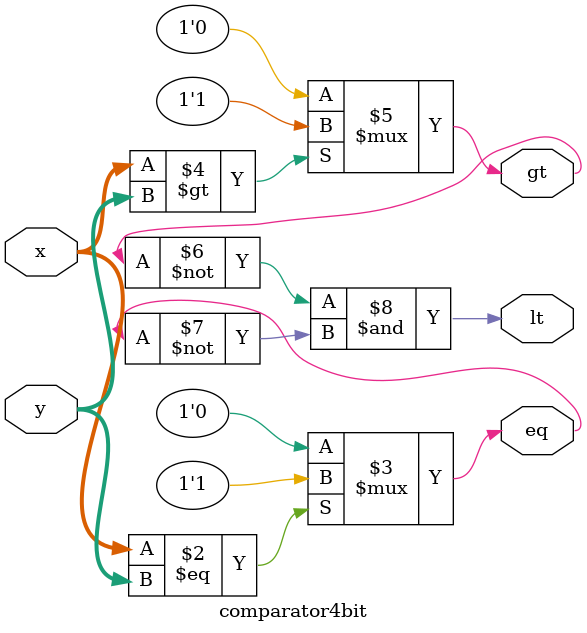
<source format=v>
module comparator4bit(x,y,eq,lt,gt);
    input [3:0] x,y;
    output eq,lt,gt;
    reg eq,lt,gt;
    always @(x or y)
    begin
        eq = (x==y) ? 1'b1 : 1'b0;
        gt = (x>y) ? 1'b1 : 1'b0;
        lt = ~gt & ~eq;
    end
endmodule

</source>
